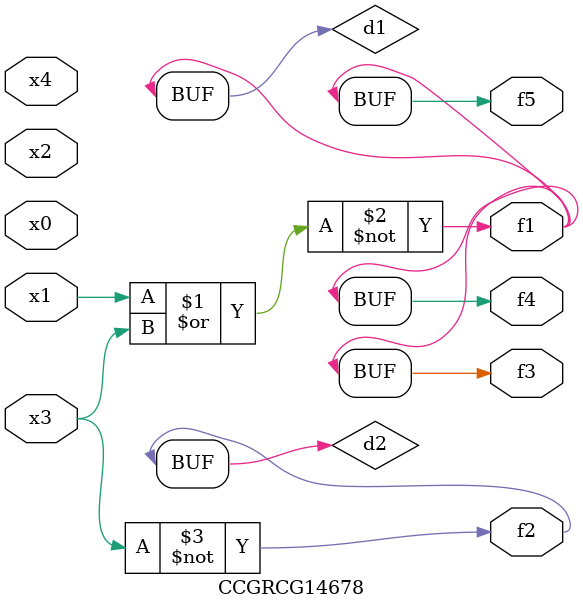
<source format=v>
module CCGRCG14678(
	input x0, x1, x2, x3, x4,
	output f1, f2, f3, f4, f5
);

	wire d1, d2;

	nor (d1, x1, x3);
	not (d2, x3);
	assign f1 = d1;
	assign f2 = d2;
	assign f3 = d1;
	assign f4 = d1;
	assign f5 = d1;
endmodule

</source>
